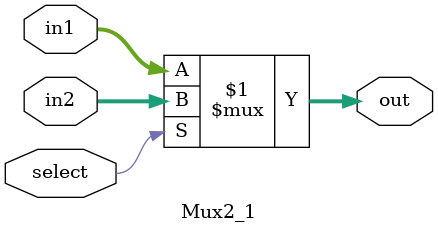
<source format=v>
module Mux2_1 (  // 31 indicates the bus with of the inputs of the mux
    input [31:0] in1 ,
    input [31:0] in2 ,
    input select ,
    output [31:0] out
);
assign out = (select) ? in2 : in1;
endmodule
</source>
